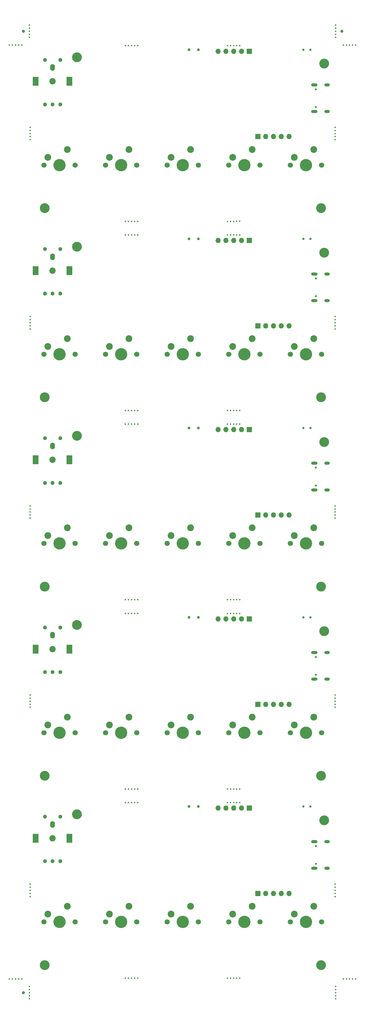
<source format=gbr>
%TF.GenerationSoftware,KiCad,Pcbnew,7.0.5*%
%TF.CreationDate,2023-06-14T21:03:38-05:00*%
%TF.ProjectId,MeetupKeebpanel,4d656574-7570-44b6-9565-6270616e656c,rev?*%
%TF.SameCoordinates,Original*%
%TF.FileFunction,Soldermask,Bot*%
%TF.FilePolarity,Negative*%
%FSLAX46Y46*%
G04 Gerber Fmt 4.6, Leading zero omitted, Abs format (unit mm)*
G04 Created by KiCad (PCBNEW 7.0.5) date 2023-06-14 21:03:38*
%MOMM*%
%LPD*%
G01*
G04 APERTURE LIST*
%ADD10C,0.500000*%
%ADD11C,3.200000*%
%ADD12C,1.700000*%
%ADD13C,4.000000*%
%ADD14C,2.200000*%
%ADD15R,1.700000X1.700000*%
%ADD16O,1.700000X1.700000*%
%ADD17C,0.750000*%
%ADD18R,1.900000X3.000000*%
%ADD19O,1.550000X2.200000*%
%ADD20C,2.050000*%
%ADD21C,1.300000*%
%ADD22C,0.650000*%
%ADD23O,2.100000X1.000000*%
%ADD24O,1.800000X1.000000*%
%ADD25C,0.900000*%
%ADD26C,1.000000*%
G04 APERTURE END LIST*
D10*
%TO.C,REF\u002A\u002A*%
X198157968Y-54749851D03*
%TD*%
D11*
%TO.C,REF\u002A\u002A*%
X103625000Y-326000000D03*
%TD*%
D12*
%TO.C,SW6*%
X123415000Y-312000000D03*
D13*
X128495000Y-312000000D03*
D12*
X133575000Y-312000000D03*
D14*
X131035000Y-306920000D03*
X124685000Y-309460000D03*
%TD*%
D10*
%TO.C,REF\u002A\u002A*%
X96125000Y-27000000D03*
%TD*%
D12*
%TO.C,SW6*%
X123415000Y-250500000D03*
D13*
X128495000Y-250500000D03*
D12*
X133575000Y-250500000D03*
D14*
X131035000Y-245420000D03*
X124685000Y-247960000D03*
%TD*%
D10*
%TO.C,REF\u002A\u002A*%
X198156471Y-179749850D03*
%TD*%
D12*
%TO.C,SW10*%
X163555000Y-189000000D03*
D13*
X168635000Y-189000000D03*
D12*
X173715000Y-189000000D03*
D14*
X171175000Y-183920000D03*
X164825000Y-186460000D03*
%TD*%
D10*
%TO.C,REF\u002A\u002A*%
X98625000Y-20500000D03*
%TD*%
%TO.C,REF\u002A\u002A*%
X166125000Y-273200000D03*
%TD*%
D15*
%TO.C,J1*%
X173005000Y-179750000D03*
D16*
X175545000Y-179750000D03*
X178085000Y-179750000D03*
X180625000Y-179750000D03*
X183165000Y-179750000D03*
%TD*%
D10*
%TO.C,REF\u002A\u002A*%
X203875000Y-27000000D03*
%TD*%
%TO.C,REF\u002A\u002A*%
X93125000Y-330500000D03*
%TD*%
D12*
%TO.C,SW7*%
X143485000Y-250500000D03*
D13*
X148565000Y-250500000D03*
D12*
X153645000Y-250500000D03*
D14*
X151105000Y-245420000D03*
X144755000Y-247960000D03*
%TD*%
D10*
%TO.C,REF\u002A\u002A*%
X164124920Y-207276037D03*
%TD*%
%TO.C,REF\u002A\u002A*%
X167124920Y-268774849D03*
%TD*%
D12*
%TO.C,SW13*%
X183625000Y-127500000D03*
D13*
X188705000Y-127500000D03*
D12*
X193785000Y-127500000D03*
D14*
X191245000Y-122420000D03*
X184895000Y-124960000D03*
%TD*%
D10*
%TO.C,REF\u002A\u002A*%
X132875000Y-150200000D03*
%TD*%
D17*
%TO.C,SW1*%
X190125000Y-28500000D03*
X187825000Y-28500000D03*
%TD*%
D18*
%TO.C,SW2*%
X100662500Y-161800000D03*
D19*
X106162500Y-157300000D03*
D20*
X106162500Y-161800000D03*
D18*
X111662500Y-161800000D03*
D21*
X103662500Y-169300000D03*
X108662500Y-169300000D03*
X106162500Y-169300000D03*
X103662500Y-154800000D03*
X108662500Y-154800000D03*
%TD*%
D10*
%TO.C,REF\u002A\u002A*%
X130874921Y-145789206D03*
%TD*%
D12*
%TO.C,SW10*%
X163555000Y-66000000D03*
D13*
X168635000Y-66000000D03*
D12*
X173715000Y-66000000D03*
D14*
X171175000Y-60920000D03*
X164825000Y-63460000D03*
%TD*%
D22*
%TO.C,P1*%
X191937500Y-170140000D03*
X191937500Y-164360000D03*
D23*
X191437500Y-171570000D03*
D24*
X195587500Y-171570000D03*
D23*
X191437500Y-162930000D03*
D24*
X195587500Y-162930000D03*
%TD*%
D10*
%TO.C,REF\u002A\u002A*%
X166124920Y-268775245D03*
%TD*%
%TO.C,REF\u002A\u002A*%
X98825000Y-57750000D03*
%TD*%
%TO.C,REF\u002A\u002A*%
X165124920Y-268775641D03*
%TD*%
%TO.C,REF\u002A\u002A*%
X198157219Y-240249850D03*
%TD*%
D12*
%TO.C,SW7*%
X143485000Y-127500000D03*
D13*
X148565000Y-127500000D03*
D12*
X153645000Y-127500000D03*
D14*
X151105000Y-122420000D03*
X144755000Y-124960000D03*
%TD*%
D17*
%TO.C,SW1*%
X190125000Y-151500000D03*
X187825000Y-151500000D03*
%TD*%
D12*
%TO.C,SW5*%
X103345000Y-250500000D03*
D13*
X108425000Y-250500000D03*
D12*
X113505000Y-250500000D03*
D14*
X110965000Y-245420000D03*
X104615000Y-247960000D03*
%TD*%
D10*
%TO.C,REF\u002A\u002A*%
X131874921Y-330288810D03*
%TD*%
%TO.C,REF\u002A\u002A*%
X95125000Y-330500000D03*
%TD*%
%TO.C,REF\u002A\u002A*%
X132875000Y-27200000D03*
%TD*%
D11*
%TO.C,REF\u002A\u002A*%
X194625000Y-156000000D03*
%TD*%
D10*
%TO.C,REF\u002A\u002A*%
X166124920Y-330275245D03*
%TD*%
%TO.C,REF\u002A\u002A*%
X164125000Y-211700000D03*
%TD*%
D15*
%TO.C,J2*%
X170205000Y-90500000D03*
D16*
X167665000Y-90500000D03*
X165125000Y-90500000D03*
X162585000Y-90500000D03*
X160045000Y-90500000D03*
%TD*%
D15*
%TO.C,J2*%
X170205000Y-275000000D03*
D16*
X167665000Y-275000000D03*
X165125000Y-275000000D03*
X162585000Y-275000000D03*
X160045000Y-275000000D03*
%TD*%
D10*
%TO.C,REF\u002A\u002A*%
X166124920Y-207275245D03*
%TD*%
%TO.C,REF\u002A\u002A*%
X94125000Y-27000000D03*
%TD*%
%TO.C,REF\u002A\u002A*%
X198157968Y-116249850D03*
%TD*%
%TO.C,REF\u002A\u002A*%
X198158717Y-176749850D03*
%TD*%
%TO.C,REF\u002A\u002A*%
X167125000Y-27200000D03*
%TD*%
%TO.C,REF\u002A\u002A*%
X129874921Y-330289602D03*
%TD*%
%TO.C,REF\u002A\u002A*%
X98825000Y-238250000D03*
%TD*%
%TO.C,REF\u002A\u002A*%
X98825000Y-242250000D03*
%TD*%
%TO.C,REF\u002A\u002A*%
X163124920Y-207276433D03*
%TD*%
%TO.C,REF\u002A\u002A*%
X131875000Y-273200000D03*
%TD*%
D15*
%TO.C,J1*%
X173005000Y-302750000D03*
D16*
X175545000Y-302750000D03*
X178085000Y-302750000D03*
X180625000Y-302750000D03*
X183165000Y-302750000D03*
%TD*%
D10*
%TO.C,REF\u002A\u002A*%
X132874921Y-207288414D03*
%TD*%
%TO.C,REF\u002A\u002A*%
X166124920Y-84275245D03*
%TD*%
D18*
%TO.C,SW2*%
X100662500Y-38800000D03*
D19*
X106162500Y-34300000D03*
D20*
X106162500Y-38800000D03*
D18*
X111662500Y-38800000D03*
D21*
X103662500Y-46300000D03*
X108662500Y-46300000D03*
X106162500Y-46300000D03*
X103662500Y-31800000D03*
X108662500Y-31800000D03*
%TD*%
D10*
%TO.C,REF\u002A\u002A*%
X132875000Y-88700000D03*
%TD*%
D11*
%TO.C,REF\u002A\u002A*%
X114125000Y-154000000D03*
%TD*%
D10*
%TO.C,REF\u002A\u002A*%
X198156471Y-302749850D03*
%TD*%
%TO.C,REF\u002A\u002A*%
X167124920Y-84274849D03*
%TD*%
%TO.C,REF\u002A\u002A*%
X198375000Y-333000000D03*
%TD*%
%TO.C,REF\u002A\u002A*%
X198155722Y-242249850D03*
%TD*%
%TO.C,REF\u002A\u002A*%
X132874921Y-330288414D03*
%TD*%
D12*
%TO.C,SW5*%
X103345000Y-189000000D03*
D13*
X108425000Y-189000000D03*
D12*
X113505000Y-189000000D03*
D14*
X110965000Y-183920000D03*
X104615000Y-186460000D03*
%TD*%
D10*
%TO.C,REF\u002A\u002A*%
X98625000Y-335000000D03*
%TD*%
%TO.C,REF\u002A\u002A*%
X98825000Y-119250000D03*
%TD*%
D15*
%TO.C,J2*%
X170205000Y-152000000D03*
D16*
X167665000Y-152000000D03*
X165125000Y-152000000D03*
X162585000Y-152000000D03*
X160045000Y-152000000D03*
%TD*%
D10*
%TO.C,REF\u002A\u002A*%
X165124920Y-145775641D03*
%TD*%
D25*
%TO.C,Power1*%
X150620000Y-28500000D03*
X153620000Y-28500000D03*
%TD*%
D10*
%TO.C,REF\u002A\u002A*%
X98825000Y-179750000D03*
%TD*%
%TO.C,REF\u002A\u002A*%
X98825000Y-301750000D03*
%TD*%
D18*
%TO.C,SW2*%
X100662500Y-223300000D03*
D19*
X106162500Y-218800000D03*
D20*
X106162500Y-223300000D03*
D18*
X111662500Y-223300000D03*
D21*
X103662500Y-230800000D03*
X108662500Y-230800000D03*
X106162500Y-230800000D03*
X103662500Y-216300000D03*
X108662500Y-216300000D03*
%TD*%
D12*
%TO.C,SW7*%
X143485000Y-312000000D03*
D13*
X148565000Y-312000000D03*
D12*
X153645000Y-312000000D03*
D14*
X151105000Y-306920000D03*
X144755000Y-309460000D03*
%TD*%
D10*
%TO.C,REF\u002A\u002A*%
X198375000Y-22500000D03*
%TD*%
%TO.C,REF\u002A\u002A*%
X98625000Y-334000000D03*
%TD*%
%TO.C,REF\u002A\u002A*%
X204875000Y-330500000D03*
%TD*%
D11*
%TO.C,REF\u002A\u002A*%
X193625000Y-141500000D03*
%TD*%
D10*
%TO.C,REF\u002A\u002A*%
X131874921Y-207288810D03*
%TD*%
%TO.C,REF\u002A\u002A*%
X198375000Y-20500000D03*
%TD*%
D11*
%TO.C,REF\u002A\u002A*%
X193625000Y-80000000D03*
%TD*%
D10*
%TO.C,REF\u002A\u002A*%
X198158717Y-299749850D03*
%TD*%
D17*
%TO.C,SW1*%
X190125000Y-90000000D03*
X187825000Y-90000000D03*
%TD*%
D10*
%TO.C,REF\u002A\u002A*%
X131875000Y-211700000D03*
%TD*%
%TO.C,REF\u002A\u002A*%
X167125000Y-88700000D03*
%TD*%
D11*
%TO.C,REF\u002A\u002A*%
X114125000Y-277000000D03*
%TD*%
D25*
%TO.C,Power1*%
X150620000Y-213000000D03*
X153620000Y-213000000D03*
%TD*%
D10*
%TO.C,REF\u002A\u002A*%
X167124920Y-330274849D03*
%TD*%
D17*
%TO.C,SW1*%
X190125000Y-274500000D03*
X187825000Y-274500000D03*
%TD*%
D10*
%TO.C,REF\u002A\u002A*%
X198157219Y-301749850D03*
%TD*%
D11*
%TO.C,REF\u002A\u002A*%
X194625000Y-33000000D03*
%TD*%
D10*
%TO.C,REF\u002A\u002A*%
X95125000Y-27000000D03*
%TD*%
%TO.C,REF\u002A\u002A*%
X203875000Y-330500000D03*
%TD*%
%TO.C,REF\u002A\u002A*%
X198375000Y-334000000D03*
%TD*%
%TO.C,REF\u002A\u002A*%
X133874921Y-207288018D03*
%TD*%
%TO.C,REF\u002A\u002A*%
X165125000Y-150200000D03*
%TD*%
%TO.C,REF\u002A\u002A*%
X166125000Y-88700000D03*
%TD*%
D12*
%TO.C,SW5*%
X103345000Y-66000000D03*
D13*
X108425000Y-66000000D03*
D12*
X113505000Y-66000000D03*
D14*
X110965000Y-60920000D03*
X104615000Y-63460000D03*
%TD*%
D15*
%TO.C,J1*%
X173005000Y-118250000D03*
D16*
X175545000Y-118250000D03*
X178085000Y-118250000D03*
X180625000Y-118250000D03*
X183165000Y-118250000D03*
%TD*%
D15*
%TO.C,J2*%
X170205000Y-213500000D03*
D16*
X167665000Y-213500000D03*
X165125000Y-213500000D03*
X162585000Y-213500000D03*
X160045000Y-213500000D03*
%TD*%
D25*
%TO.C,Power1*%
X150620000Y-151500000D03*
X153620000Y-151500000D03*
%TD*%
D10*
%TO.C,REF\u002A\u002A*%
X96125000Y-330500000D03*
%TD*%
%TO.C,REF\u002A\u002A*%
X198155722Y-119249850D03*
%TD*%
%TO.C,REF\u002A\u002A*%
X98825000Y-55750000D03*
%TD*%
D18*
%TO.C,SW2*%
X100662500Y-284800000D03*
D19*
X106162500Y-280300000D03*
D20*
X106162500Y-284800000D03*
D18*
X111662500Y-284800000D03*
D21*
X103662500Y-292300000D03*
X108662500Y-292300000D03*
X106162500Y-292300000D03*
X103662500Y-277800000D03*
X108662500Y-277800000D03*
%TD*%
D12*
%TO.C,SW13*%
X183625000Y-250500000D03*
D13*
X188705000Y-250500000D03*
D12*
X193785000Y-250500000D03*
D14*
X191245000Y-245420000D03*
X184895000Y-247960000D03*
%TD*%
D11*
%TO.C,REF\u002A\u002A*%
X193625000Y-326000000D03*
%TD*%
D10*
%TO.C,REF\u002A\u002A*%
X198157968Y-300749850D03*
%TD*%
%TO.C,REF\u002A\u002A*%
X98625000Y-336000000D03*
%TD*%
%TO.C,REF\u002A\u002A*%
X198156471Y-118249850D03*
%TD*%
%TO.C,REF\u002A\u002A*%
X165124920Y-207275641D03*
%TD*%
%TO.C,REF\u002A\u002A*%
X131874921Y-84288810D03*
%TD*%
%TO.C,REF\u002A\u002A*%
X133875000Y-273200000D03*
%TD*%
D11*
%TO.C,REF\u002A\u002A*%
X114125000Y-31000000D03*
%TD*%
D10*
%TO.C,REF\u002A\u002A*%
X133874921Y-145788018D03*
%TD*%
%TO.C,REF\u002A\u002A*%
X93125000Y-27000000D03*
%TD*%
%TO.C,REF\u002A\u002A*%
X133875000Y-211700000D03*
%TD*%
%TO.C,REF\u002A\u002A*%
X131875000Y-88700000D03*
%TD*%
%TO.C,REF\u002A\u002A*%
X98825000Y-303750000D03*
%TD*%
%TO.C,REF\u002A\u002A*%
X166125000Y-27200000D03*
%TD*%
%TO.C,REF\u002A\u002A*%
X98825000Y-180750000D03*
%TD*%
D11*
%TO.C,REF\u002A\u002A*%
X103625000Y-80000000D03*
%TD*%
D10*
%TO.C,REF\u002A\u002A*%
X201875000Y-330500000D03*
%TD*%
%TO.C,REF\u002A\u002A*%
X130874921Y-84289206D03*
%TD*%
%TO.C,REF\u002A\u002A*%
X133875000Y-27200000D03*
%TD*%
%TO.C,REF\u002A\u002A*%
X98825000Y-239250000D03*
%TD*%
D12*
%TO.C,SW6*%
X123415000Y-127500000D03*
D13*
X128495000Y-127500000D03*
D12*
X133575000Y-127500000D03*
D14*
X131035000Y-122420000D03*
X124685000Y-124960000D03*
%TD*%
D10*
%TO.C,REF\u002A\u002A*%
X98825000Y-178750000D03*
%TD*%
%TO.C,REF\u002A\u002A*%
X164125000Y-273200000D03*
%TD*%
%TO.C,REF\u002A\u002A*%
X132874921Y-268788414D03*
%TD*%
%TO.C,REF\u002A\u002A*%
X129875000Y-88700000D03*
%TD*%
%TO.C,REF\u002A\u002A*%
X198375000Y-336000000D03*
%TD*%
D12*
%TO.C,SW7*%
X143485000Y-189000000D03*
D13*
X148565000Y-189000000D03*
D12*
X153645000Y-189000000D03*
D14*
X151105000Y-183920000D03*
X144755000Y-186460000D03*
%TD*%
D10*
%TO.C,REF\u002A\u002A*%
X198157968Y-239249850D03*
%TD*%
%TO.C,REF\u002A\u002A*%
X132874921Y-145788414D03*
%TD*%
%TO.C,REF\u002A\u002A*%
X98825000Y-54750000D03*
%TD*%
%TO.C,REF\u002A\u002A*%
X98825000Y-299750000D03*
%TD*%
D11*
%TO.C,REF\u002A\u002A*%
X194625000Y-279000000D03*
%TD*%
D10*
%TO.C,REF\u002A\u002A*%
X98625000Y-21500000D03*
%TD*%
%TO.C,REF\u002A\u002A*%
X164124920Y-145776037D03*
%TD*%
%TO.C,REF\u002A\u002A*%
X202875000Y-330500000D03*
%TD*%
%TO.C,REF\u002A\u002A*%
X129874921Y-145789602D03*
%TD*%
%TO.C,REF\u002A\u002A*%
X98825000Y-300750000D03*
%TD*%
%TO.C,REF\u002A\u002A*%
X164124920Y-330276037D03*
%TD*%
%TO.C,REF\u002A\u002A*%
X198375000Y-21500000D03*
%TD*%
%TO.C,REF\u002A\u002A*%
X98625000Y-24500000D03*
%TD*%
D11*
%TO.C,REF\u002A\u002A*%
X103625000Y-264500000D03*
%TD*%
D10*
%TO.C,REF\u002A\u002A*%
X165125000Y-273200000D03*
%TD*%
%TO.C,REF\u002A\u002A*%
X130875000Y-27200000D03*
%TD*%
%TO.C,REF\u002A\u002A*%
X131875000Y-27200000D03*
%TD*%
%TO.C,REF\u002A\u002A*%
X200875000Y-27000000D03*
%TD*%
%TO.C,REF\u002A\u002A*%
X98625000Y-23500000D03*
%TD*%
%TO.C,REF\u002A\u002A*%
X98825000Y-116250000D03*
%TD*%
%TO.C,REF\u002A\u002A*%
X92125000Y-330500000D03*
%TD*%
D25*
%TO.C,Power1*%
X150620000Y-274500000D03*
X153620000Y-274500000D03*
%TD*%
D10*
%TO.C,REF\u002A\u002A*%
X164124920Y-268776037D03*
%TD*%
%TO.C,REF\u002A\u002A*%
X129875000Y-211700000D03*
%TD*%
%TO.C,REF\u002A\u002A*%
X163124920Y-84276433D03*
%TD*%
D12*
%TO.C,SW10*%
X163555000Y-127500000D03*
D13*
X168635000Y-127500000D03*
D12*
X173715000Y-127500000D03*
D14*
X171175000Y-122420000D03*
X164825000Y-124960000D03*
%TD*%
D11*
%TO.C,REF\u002A\u002A*%
X194625000Y-217500000D03*
%TD*%
D12*
%TO.C,SW6*%
X123415000Y-66000000D03*
D13*
X128495000Y-66000000D03*
D12*
X133575000Y-66000000D03*
D14*
X131035000Y-60920000D03*
X124685000Y-63460000D03*
%TD*%
D10*
%TO.C,REF\u002A\u002A*%
X129875000Y-273200000D03*
%TD*%
%TO.C,REF\u002A\u002A*%
X98625000Y-333000000D03*
%TD*%
%TO.C,REF\u002A\u002A*%
X131874921Y-268788810D03*
%TD*%
%TO.C,REF\u002A\u002A*%
X133875000Y-150200000D03*
%TD*%
D22*
%TO.C,P1*%
X191937500Y-231640000D03*
X191937500Y-225860000D03*
D23*
X191437500Y-233070000D03*
D24*
X195587500Y-233070000D03*
D23*
X191437500Y-224430000D03*
D24*
X195587500Y-224430000D03*
%TD*%
D10*
%TO.C,REF\u002A\u002A*%
X198157219Y-117249850D03*
%TD*%
D17*
%TO.C,SW1*%
X190125000Y-213000000D03*
X187825000Y-213000000D03*
%TD*%
D10*
%TO.C,REF\u002A\u002A*%
X165125000Y-27200000D03*
%TD*%
%TO.C,REF\u002A\u002A*%
X163124920Y-330276433D03*
%TD*%
%TO.C,REF\u002A\u002A*%
X98825000Y-117250000D03*
%TD*%
%TO.C,REF\u002A\u002A*%
X129874921Y-84289602D03*
%TD*%
%TO.C,REF\u002A\u002A*%
X198155722Y-57749850D03*
%TD*%
%TO.C,REF\u002A\u002A*%
X164124920Y-84276037D03*
%TD*%
D11*
%TO.C,REF\u002A\u002A*%
X103625000Y-141500000D03*
%TD*%
D10*
%TO.C,REF\u002A\u002A*%
X163125000Y-27200000D03*
%TD*%
%TO.C,REF\u002A\u002A*%
X98825000Y-177750000D03*
%TD*%
%TO.C,REF\u002A\u002A*%
X98625000Y-337000000D03*
%TD*%
%TO.C,REF\u002A\u002A*%
X130875000Y-150200000D03*
%TD*%
D11*
%TO.C,REF\u002A\u002A*%
X114125000Y-215500000D03*
%TD*%
D10*
%TO.C,REF\u002A\u002A*%
X167125000Y-211700000D03*
%TD*%
%TO.C,REF\u002A\u002A*%
X92125000Y-27000000D03*
%TD*%
D15*
%TO.C,J1*%
X173005000Y-241250000D03*
D16*
X175545000Y-241250000D03*
X178085000Y-241250000D03*
X180625000Y-241250000D03*
X183165000Y-241250000D03*
%TD*%
D10*
%TO.C,REF\u002A\u002A*%
X132875000Y-273200000D03*
%TD*%
%TO.C,REF\u002A\u002A*%
X98825000Y-53750000D03*
%TD*%
%TO.C,REF\u002A\u002A*%
X204875000Y-27000000D03*
%TD*%
%TO.C,REF\u002A\u002A*%
X98825000Y-176750000D03*
%TD*%
%TO.C,REF\u002A\u002A*%
X130874921Y-330289206D03*
%TD*%
D12*
%TO.C,SW5*%
X103345000Y-312000000D03*
D13*
X108425000Y-312000000D03*
D12*
X113505000Y-312000000D03*
D14*
X110965000Y-306920000D03*
X104615000Y-309460000D03*
%TD*%
D10*
%TO.C,REF\u002A\u002A*%
X165125000Y-211700000D03*
%TD*%
%TO.C,REF\u002A\u002A*%
X164125000Y-88700000D03*
%TD*%
D22*
%TO.C,P1*%
X191937500Y-108640000D03*
X191937500Y-102860000D03*
D23*
X191437500Y-110070000D03*
D24*
X195587500Y-110070000D03*
D23*
X191437500Y-101430000D03*
D24*
X195587500Y-101430000D03*
%TD*%
D10*
%TO.C,REF\u002A\u002A*%
X165125000Y-88700000D03*
%TD*%
%TO.C,REF\u002A\u002A*%
X165124920Y-84275641D03*
%TD*%
D12*
%TO.C,SW10*%
X163555000Y-312000000D03*
D13*
X168635000Y-312000000D03*
D12*
X173715000Y-312000000D03*
D14*
X171175000Y-306920000D03*
X164825000Y-309460000D03*
%TD*%
D10*
%TO.C,REF\u002A\u002A*%
X129875000Y-27200000D03*
%TD*%
D11*
%TO.C,REF\u002A\u002A*%
X193625000Y-203000000D03*
%TD*%
D15*
%TO.C,J2*%
X170205000Y-29000000D03*
D16*
X167665000Y-29000000D03*
X165125000Y-29000000D03*
X162585000Y-29000000D03*
X160045000Y-29000000D03*
%TD*%
D22*
%TO.C,P1*%
X191937500Y-47140000D03*
X191937500Y-41360000D03*
D23*
X191437500Y-48570000D03*
D24*
X195587500Y-48570000D03*
D23*
X191437500Y-39930000D03*
D24*
X195587500Y-39930000D03*
%TD*%
D10*
%TO.C,REF\u002A\u002A*%
X198157219Y-55749851D03*
%TD*%
%TO.C,REF\u002A\u002A*%
X202875000Y-27000000D03*
%TD*%
D15*
%TO.C,J1*%
X173005000Y-56750000D03*
D16*
X175545000Y-56750000D03*
X178085000Y-56750000D03*
X180625000Y-56750000D03*
X183165000Y-56750000D03*
%TD*%
D10*
%TO.C,REF\u002A\u002A*%
X163125000Y-150200000D03*
%TD*%
%TO.C,REF\u002A\u002A*%
X130875000Y-273200000D03*
%TD*%
%TO.C,REF\u002A\u002A*%
X198155722Y-303749850D03*
%TD*%
%TO.C,REF\u002A\u002A*%
X166125000Y-211700000D03*
%TD*%
D18*
%TO.C,SW2*%
X100662500Y-100300000D03*
D19*
X106162500Y-95800000D03*
D20*
X106162500Y-100300000D03*
D18*
X111662500Y-100300000D03*
D21*
X103662500Y-107800000D03*
X108662500Y-107800000D03*
X106162500Y-107800000D03*
X103662500Y-93300000D03*
X108662500Y-93300000D03*
%TD*%
D10*
%TO.C,REF\u002A\u002A*%
X167124920Y-145774849D03*
%TD*%
%TO.C,REF\u002A\u002A*%
X167124920Y-207274849D03*
%TD*%
D12*
%TO.C,SW13*%
X183625000Y-66000000D03*
D13*
X188705000Y-66000000D03*
D12*
X193785000Y-66000000D03*
D14*
X191245000Y-60920000D03*
X184895000Y-63460000D03*
%TD*%
D10*
%TO.C,REF\u002A\u002A*%
X166125000Y-150200000D03*
%TD*%
%TO.C,REF\u002A\u002A*%
X163125000Y-273200000D03*
%TD*%
%TO.C,REF\u002A\u002A*%
X98825000Y-240250000D03*
%TD*%
%TO.C,REF\u002A\u002A*%
X198158717Y-53749851D03*
%TD*%
%TO.C,REF\u002A\u002A*%
X98625000Y-22500000D03*
%TD*%
%TO.C,REF\u002A\u002A*%
X129874921Y-207289602D03*
%TD*%
%TO.C,REF\u002A\u002A*%
X163124920Y-145776433D03*
%TD*%
%TO.C,REF\u002A\u002A*%
X132874921Y-84288414D03*
%TD*%
%TO.C,REF\u002A\u002A*%
X198156471Y-56749850D03*
%TD*%
%TO.C,REF\u002A\u002A*%
X198156471Y-241249850D03*
%TD*%
%TO.C,REF\u002A\u002A*%
X129874921Y-268789602D03*
%TD*%
D12*
%TO.C,SW13*%
X183625000Y-189000000D03*
D13*
X188705000Y-189000000D03*
D12*
X193785000Y-189000000D03*
D14*
X191245000Y-183920000D03*
X184895000Y-186460000D03*
%TD*%
D10*
%TO.C,REF\u002A\u002A*%
X98825000Y-56750000D03*
%TD*%
%TO.C,REF\u002A\u002A*%
X198158717Y-238249850D03*
%TD*%
%TO.C,REF\u002A\u002A*%
X133875000Y-88700000D03*
%TD*%
%TO.C,REF\u002A\u002A*%
X201875000Y-27000000D03*
%TD*%
%TO.C,REF\u002A\u002A*%
X198157968Y-177749850D03*
%TD*%
%TO.C,REF\u002A\u002A*%
X131874921Y-145788810D03*
%TD*%
%TO.C,REF\u002A\u002A*%
X132875000Y-211700000D03*
%TD*%
%TO.C,REF\u002A\u002A*%
X133874921Y-268788018D03*
%TD*%
%TO.C,REF\u002A\u002A*%
X130874921Y-207289206D03*
%TD*%
%TO.C,REF\u002A\u002A*%
X167125000Y-150200000D03*
%TD*%
%TO.C,REF\u002A\u002A*%
X167125000Y-273200000D03*
%TD*%
%TO.C,REF\u002A\u002A*%
X130874921Y-268789206D03*
%TD*%
%TO.C,REF\u002A\u002A*%
X198155722Y-180749850D03*
%TD*%
%TO.C,REF\u002A\u002A*%
X163125000Y-88700000D03*
%TD*%
%TO.C,REF\u002A\u002A*%
X200875000Y-330500000D03*
%TD*%
%TO.C,REF\u002A\u002A*%
X129875000Y-150200000D03*
%TD*%
D11*
%TO.C,REF\u002A\u002A*%
X114125000Y-92500000D03*
%TD*%
D12*
%TO.C,SW6*%
X123415000Y-189000000D03*
D13*
X128495000Y-189000000D03*
D12*
X133575000Y-189000000D03*
D14*
X131035000Y-183920000D03*
X124685000Y-186460000D03*
%TD*%
D10*
%TO.C,REF\u002A\u002A*%
X198375000Y-23500000D03*
%TD*%
%TO.C,REF\u002A\u002A*%
X133874921Y-330288018D03*
%TD*%
%TO.C,REF\u002A\u002A*%
X164125000Y-150200000D03*
%TD*%
D12*
%TO.C,SW10*%
X163555000Y-250500000D03*
D13*
X168635000Y-250500000D03*
D12*
X173715000Y-250500000D03*
D14*
X171175000Y-245420000D03*
X164825000Y-247960000D03*
%TD*%
D10*
%TO.C,REF\u002A\u002A*%
X163124920Y-268776433D03*
%TD*%
%TO.C,REF\u002A\u002A*%
X164125000Y-27200000D03*
%TD*%
D11*
%TO.C,REF\u002A\u002A*%
X194625000Y-94500000D03*
%TD*%
D10*
%TO.C,REF\u002A\u002A*%
X163125000Y-211700000D03*
%TD*%
%TO.C,REF\u002A\u002A*%
X198158717Y-115249850D03*
%TD*%
%TO.C,REF\u002A\u002A*%
X98825000Y-118250000D03*
%TD*%
D25*
%TO.C,Power1*%
X150620000Y-90000000D03*
X153620000Y-90000000D03*
%TD*%
D10*
%TO.C,REF\u002A\u002A*%
X198375000Y-24500000D03*
%TD*%
D11*
%TO.C,REF\u002A\u002A*%
X193625000Y-264500000D03*
%TD*%
D12*
%TO.C,SW5*%
X103345000Y-127500000D03*
D13*
X108425000Y-127500000D03*
D12*
X113505000Y-127500000D03*
D14*
X110965000Y-122420000D03*
X104615000Y-124960000D03*
%TD*%
D10*
%TO.C,REF\u002A\u002A*%
X130875000Y-88700000D03*
%TD*%
%TO.C,REF\u002A\u002A*%
X165124920Y-330275641D03*
%TD*%
%TO.C,REF\u002A\u002A*%
X198157219Y-178749850D03*
%TD*%
%TO.C,REF\u002A\u002A*%
X198375000Y-337000000D03*
%TD*%
D12*
%TO.C,SW7*%
X143485000Y-66000000D03*
D13*
X148565000Y-66000000D03*
D12*
X153645000Y-66000000D03*
D14*
X151105000Y-60920000D03*
X144755000Y-63460000D03*
%TD*%
D10*
%TO.C,REF\u002A\u002A*%
X98825000Y-115250000D03*
%TD*%
D11*
%TO.C,REF\u002A\u002A*%
X103625000Y-203000000D03*
%TD*%
D10*
%TO.C,REF\u002A\u002A*%
X98825000Y-241250000D03*
%TD*%
%TO.C,REF\u002A\u002A*%
X94125000Y-330500000D03*
%TD*%
%TO.C,REF\u002A\u002A*%
X198375000Y-335000000D03*
%TD*%
%TO.C,REF\u002A\u002A*%
X133874921Y-84288018D03*
%TD*%
%TO.C,REF\u002A\u002A*%
X166124920Y-145775245D03*
%TD*%
D12*
%TO.C,SW13*%
X183625000Y-312000000D03*
D13*
X188705000Y-312000000D03*
D12*
X193785000Y-312000000D03*
D14*
X191245000Y-306920000D03*
X184895000Y-309460000D03*
%TD*%
D10*
%TO.C,REF\u002A\u002A*%
X130875000Y-211700000D03*
%TD*%
%TO.C,REF\u002A\u002A*%
X98825000Y-302750000D03*
%TD*%
%TO.C,REF\u002A\u002A*%
X131875000Y-150200000D03*
%TD*%
D22*
%TO.C,P1*%
X191937500Y-293140000D03*
X191937500Y-287360000D03*
D23*
X191437500Y-294570000D03*
D24*
X195587500Y-294570000D03*
D23*
X191437500Y-285930000D03*
D24*
X195587500Y-285930000D03*
%TD*%
D26*
%TO.C,REF\u002A\u002A*%
X200375000Y-22500000D03*
%TD*%
%TO.C,REF\u002A\u002A*%
X96625000Y-22500000D03*
%TD*%
%TO.C,REF\u002A\u002A*%
X96625000Y-335000000D03*
%TD*%
M02*

</source>
